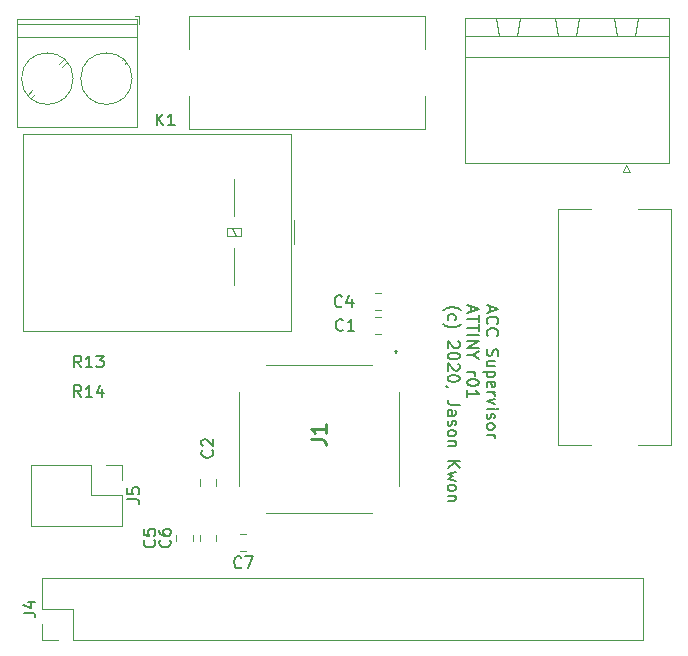
<source format=gbr>
%TF.GenerationSoftware,KiCad,Pcbnew,(5.1.6)-1*%
%TF.CreationDate,2020-09-02T14:56:51+09:00*%
%TF.ProjectId,attiny1614_accsupervisor,61747469-6e79-4313-9631-345f61636373,r01*%
%TF.SameCoordinates,Original*%
%TF.FileFunction,Legend,Top*%
%TF.FilePolarity,Positive*%
%FSLAX46Y46*%
G04 Gerber Fmt 4.6, Leading zero omitted, Abs format (unit mm)*
G04 Created by KiCad (PCBNEW (5.1.6)-1) date 2020-09-02 14:56:51*
%MOMM*%
%LPD*%
G01*
G04 APERTURE LIST*
%ADD10C,0.150000*%
%ADD11C,0.120000*%
%ADD12C,0.100000*%
%ADD13C,0.200000*%
%ADD14C,0.254000*%
G04 APERTURE END LIST*
D10*
X231483333Y-72287976D02*
X231483333Y-72764166D01*
X231197619Y-72192738D02*
X232197619Y-72526071D01*
X231197619Y-72859404D01*
X231292857Y-73764166D02*
X231245238Y-73716547D01*
X231197619Y-73573690D01*
X231197619Y-73478452D01*
X231245238Y-73335595D01*
X231340476Y-73240357D01*
X231435714Y-73192738D01*
X231626190Y-73145119D01*
X231769047Y-73145119D01*
X231959523Y-73192738D01*
X232054761Y-73240357D01*
X232150000Y-73335595D01*
X232197619Y-73478452D01*
X232197619Y-73573690D01*
X232150000Y-73716547D01*
X232102380Y-73764166D01*
X231292857Y-74764166D02*
X231245238Y-74716547D01*
X231197619Y-74573690D01*
X231197619Y-74478452D01*
X231245238Y-74335595D01*
X231340476Y-74240357D01*
X231435714Y-74192738D01*
X231626190Y-74145119D01*
X231769047Y-74145119D01*
X231959523Y-74192738D01*
X232054761Y-74240357D01*
X232150000Y-74335595D01*
X232197619Y-74478452D01*
X232197619Y-74573690D01*
X232150000Y-74716547D01*
X232102380Y-74764166D01*
X231245238Y-75907023D02*
X231197619Y-76049880D01*
X231197619Y-76287976D01*
X231245238Y-76383214D01*
X231292857Y-76430833D01*
X231388095Y-76478452D01*
X231483333Y-76478452D01*
X231578571Y-76430833D01*
X231626190Y-76383214D01*
X231673809Y-76287976D01*
X231721428Y-76097500D01*
X231769047Y-76002261D01*
X231816666Y-75954642D01*
X231911904Y-75907023D01*
X232007142Y-75907023D01*
X232102380Y-75954642D01*
X232150000Y-76002261D01*
X232197619Y-76097500D01*
X232197619Y-76335595D01*
X232150000Y-76478452D01*
X231864285Y-77335595D02*
X231197619Y-77335595D01*
X231864285Y-76907023D02*
X231340476Y-76907023D01*
X231245238Y-76954642D01*
X231197619Y-77049880D01*
X231197619Y-77192738D01*
X231245238Y-77287976D01*
X231292857Y-77335595D01*
X231864285Y-77811785D02*
X230864285Y-77811785D01*
X231816666Y-77811785D02*
X231864285Y-77907023D01*
X231864285Y-78097500D01*
X231816666Y-78192738D01*
X231769047Y-78240357D01*
X231673809Y-78287976D01*
X231388095Y-78287976D01*
X231292857Y-78240357D01*
X231245238Y-78192738D01*
X231197619Y-78097500D01*
X231197619Y-77907023D01*
X231245238Y-77811785D01*
X231245238Y-79097500D02*
X231197619Y-79002261D01*
X231197619Y-78811785D01*
X231245238Y-78716547D01*
X231340476Y-78668928D01*
X231721428Y-78668928D01*
X231816666Y-78716547D01*
X231864285Y-78811785D01*
X231864285Y-79002261D01*
X231816666Y-79097500D01*
X231721428Y-79145119D01*
X231626190Y-79145119D01*
X231530952Y-78668928D01*
X231197619Y-79573690D02*
X231864285Y-79573690D01*
X231673809Y-79573690D02*
X231769047Y-79621309D01*
X231816666Y-79668928D01*
X231864285Y-79764166D01*
X231864285Y-79859404D01*
X231864285Y-80097500D02*
X231197619Y-80335595D01*
X231864285Y-80573690D01*
X231197619Y-80954642D02*
X231864285Y-80954642D01*
X232197619Y-80954642D02*
X232150000Y-80907023D01*
X232102380Y-80954642D01*
X232150000Y-81002261D01*
X232197619Y-80954642D01*
X232102380Y-80954642D01*
X231245238Y-81383214D02*
X231197619Y-81478452D01*
X231197619Y-81668928D01*
X231245238Y-81764166D01*
X231340476Y-81811785D01*
X231388095Y-81811785D01*
X231483333Y-81764166D01*
X231530952Y-81668928D01*
X231530952Y-81526071D01*
X231578571Y-81430833D01*
X231673809Y-81383214D01*
X231721428Y-81383214D01*
X231816666Y-81430833D01*
X231864285Y-81526071D01*
X231864285Y-81668928D01*
X231816666Y-81764166D01*
X231197619Y-82383214D02*
X231245238Y-82287976D01*
X231292857Y-82240357D01*
X231388095Y-82192738D01*
X231673809Y-82192738D01*
X231769047Y-82240357D01*
X231816666Y-82287976D01*
X231864285Y-82383214D01*
X231864285Y-82526071D01*
X231816666Y-82621309D01*
X231769047Y-82668928D01*
X231673809Y-82716547D01*
X231388095Y-82716547D01*
X231292857Y-82668928D01*
X231245238Y-82621309D01*
X231197619Y-82526071D01*
X231197619Y-82383214D01*
X231197619Y-83145119D02*
X231864285Y-83145119D01*
X231673809Y-83145119D02*
X231769047Y-83192738D01*
X231816666Y-83240357D01*
X231864285Y-83335595D01*
X231864285Y-83430833D01*
X229833333Y-72287976D02*
X229833333Y-72764166D01*
X229547619Y-72192738D02*
X230547619Y-72526071D01*
X229547619Y-72859404D01*
X230547619Y-73049880D02*
X230547619Y-73621309D01*
X229547619Y-73335595D02*
X230547619Y-73335595D01*
X230547619Y-73811785D02*
X230547619Y-74383214D01*
X229547619Y-74097500D02*
X230547619Y-74097500D01*
X229547619Y-74716547D02*
X230547619Y-74716547D01*
X229547619Y-75192738D02*
X230547619Y-75192738D01*
X229547619Y-75764166D01*
X230547619Y-75764166D01*
X230023809Y-76430833D02*
X229547619Y-76430833D01*
X230547619Y-76097500D02*
X230023809Y-76430833D01*
X230547619Y-76764166D01*
X229547619Y-77859404D02*
X230214285Y-77859404D01*
X230023809Y-77859404D02*
X230119047Y-77907023D01*
X230166666Y-77954642D01*
X230214285Y-78049880D01*
X230214285Y-78145119D01*
X230547619Y-78668928D02*
X230547619Y-78764166D01*
X230500000Y-78859404D01*
X230452380Y-78907023D01*
X230357142Y-78954642D01*
X230166666Y-79002261D01*
X229928571Y-79002261D01*
X229738095Y-78954642D01*
X229642857Y-78907023D01*
X229595238Y-78859404D01*
X229547619Y-78764166D01*
X229547619Y-78668928D01*
X229595238Y-78573690D01*
X229642857Y-78526071D01*
X229738095Y-78478452D01*
X229928571Y-78430833D01*
X230166666Y-78430833D01*
X230357142Y-78478452D01*
X230452380Y-78526071D01*
X230500000Y-78573690D01*
X230547619Y-78668928D01*
X229547619Y-79954642D02*
X229547619Y-79383214D01*
X229547619Y-79668928D02*
X230547619Y-79668928D01*
X230404761Y-79573690D01*
X230309523Y-79478452D01*
X230261904Y-79383214D01*
X227516666Y-72621309D02*
X227564285Y-72573690D01*
X227707142Y-72478452D01*
X227802380Y-72430833D01*
X227945238Y-72383214D01*
X228183333Y-72335595D01*
X228373809Y-72335595D01*
X228611904Y-72383214D01*
X228754761Y-72430833D01*
X228850000Y-72478452D01*
X228992857Y-72573690D01*
X229040476Y-72621309D01*
X227945238Y-73430833D02*
X227897619Y-73335595D01*
X227897619Y-73145119D01*
X227945238Y-73049880D01*
X227992857Y-73002261D01*
X228088095Y-72954642D01*
X228373809Y-72954642D01*
X228469047Y-73002261D01*
X228516666Y-73049880D01*
X228564285Y-73145119D01*
X228564285Y-73335595D01*
X228516666Y-73430833D01*
X227516666Y-73764166D02*
X227564285Y-73811785D01*
X227707142Y-73907023D01*
X227802380Y-73954642D01*
X227945238Y-74002261D01*
X228183333Y-74049880D01*
X228373809Y-74049880D01*
X228611904Y-74002261D01*
X228754761Y-73954642D01*
X228850000Y-73907023D01*
X228992857Y-73811785D01*
X229040476Y-73764166D01*
X228802380Y-75240357D02*
X228850000Y-75287976D01*
X228897619Y-75383214D01*
X228897619Y-75621309D01*
X228850000Y-75716547D01*
X228802380Y-75764166D01*
X228707142Y-75811785D01*
X228611904Y-75811785D01*
X228469047Y-75764166D01*
X227897619Y-75192738D01*
X227897619Y-75811785D01*
X228897619Y-76430833D02*
X228897619Y-76526071D01*
X228850000Y-76621309D01*
X228802380Y-76668928D01*
X228707142Y-76716547D01*
X228516666Y-76764166D01*
X228278571Y-76764166D01*
X228088095Y-76716547D01*
X227992857Y-76668928D01*
X227945238Y-76621309D01*
X227897619Y-76526071D01*
X227897619Y-76430833D01*
X227945238Y-76335595D01*
X227992857Y-76287976D01*
X228088095Y-76240357D01*
X228278571Y-76192738D01*
X228516666Y-76192738D01*
X228707142Y-76240357D01*
X228802380Y-76287976D01*
X228850000Y-76335595D01*
X228897619Y-76430833D01*
X228802380Y-77145119D02*
X228850000Y-77192738D01*
X228897619Y-77287976D01*
X228897619Y-77526071D01*
X228850000Y-77621309D01*
X228802380Y-77668928D01*
X228707142Y-77716547D01*
X228611904Y-77716547D01*
X228469047Y-77668928D01*
X227897619Y-77097500D01*
X227897619Y-77716547D01*
X228897619Y-78335595D02*
X228897619Y-78430833D01*
X228850000Y-78526071D01*
X228802380Y-78573690D01*
X228707142Y-78621309D01*
X228516666Y-78668928D01*
X228278571Y-78668928D01*
X228088095Y-78621309D01*
X227992857Y-78573690D01*
X227945238Y-78526071D01*
X227897619Y-78430833D01*
X227897619Y-78335595D01*
X227945238Y-78240357D01*
X227992857Y-78192738D01*
X228088095Y-78145119D01*
X228278571Y-78097500D01*
X228516666Y-78097500D01*
X228707142Y-78145119D01*
X228802380Y-78192738D01*
X228850000Y-78240357D01*
X228897619Y-78335595D01*
X227945238Y-79145119D02*
X227897619Y-79145119D01*
X227802380Y-79097500D01*
X227754761Y-79049880D01*
X228897619Y-80621309D02*
X228183333Y-80621309D01*
X228040476Y-80573690D01*
X227945238Y-80478452D01*
X227897619Y-80335595D01*
X227897619Y-80240357D01*
X227897619Y-81526071D02*
X228421428Y-81526071D01*
X228516666Y-81478452D01*
X228564285Y-81383214D01*
X228564285Y-81192738D01*
X228516666Y-81097500D01*
X227945238Y-81526071D02*
X227897619Y-81430833D01*
X227897619Y-81192738D01*
X227945238Y-81097500D01*
X228040476Y-81049880D01*
X228135714Y-81049880D01*
X228230952Y-81097500D01*
X228278571Y-81192738D01*
X228278571Y-81430833D01*
X228326190Y-81526071D01*
X227945238Y-81954642D02*
X227897619Y-82049880D01*
X227897619Y-82240357D01*
X227945238Y-82335595D01*
X228040476Y-82383214D01*
X228088095Y-82383214D01*
X228183333Y-82335595D01*
X228230952Y-82240357D01*
X228230952Y-82097500D01*
X228278571Y-82002261D01*
X228373809Y-81954642D01*
X228421428Y-81954642D01*
X228516666Y-82002261D01*
X228564285Y-82097500D01*
X228564285Y-82240357D01*
X228516666Y-82335595D01*
X227897619Y-82954642D02*
X227945238Y-82859404D01*
X227992857Y-82811785D01*
X228088095Y-82764166D01*
X228373809Y-82764166D01*
X228469047Y-82811785D01*
X228516666Y-82859404D01*
X228564285Y-82954642D01*
X228564285Y-83097500D01*
X228516666Y-83192738D01*
X228469047Y-83240357D01*
X228373809Y-83287976D01*
X228088095Y-83287976D01*
X227992857Y-83240357D01*
X227945238Y-83192738D01*
X227897619Y-83097500D01*
X227897619Y-82954642D01*
X228564285Y-83716547D02*
X227897619Y-83716547D01*
X228469047Y-83716547D02*
X228516666Y-83764166D01*
X228564285Y-83859404D01*
X228564285Y-84002261D01*
X228516666Y-84097500D01*
X228421428Y-84145119D01*
X227897619Y-84145119D01*
X227897619Y-85383214D02*
X228897619Y-85383214D01*
X227897619Y-85954642D02*
X228469047Y-85526071D01*
X228897619Y-85954642D02*
X228326190Y-85383214D01*
X228564285Y-86287976D02*
X227897619Y-86478452D01*
X228373809Y-86668928D01*
X227897619Y-86859404D01*
X228564285Y-87049880D01*
X227897619Y-87573690D02*
X227945238Y-87478452D01*
X227992857Y-87430833D01*
X228088095Y-87383214D01*
X228373809Y-87383214D01*
X228469047Y-87430833D01*
X228516666Y-87478452D01*
X228564285Y-87573690D01*
X228564285Y-87716547D01*
X228516666Y-87811785D01*
X228469047Y-87859404D01*
X228373809Y-87907023D01*
X228088095Y-87907023D01*
X227992857Y-87859404D01*
X227945238Y-87811785D01*
X227897619Y-87716547D01*
X227897619Y-87573690D01*
X228564285Y-88335595D02*
X227897619Y-88335595D01*
X228469047Y-88335595D02*
X228516666Y-88383214D01*
X228564285Y-88478452D01*
X228564285Y-88621309D01*
X228516666Y-88716547D01*
X228421428Y-88764166D01*
X227897619Y-88764166D01*
D11*
%TO.C,F1*%
X226000000Y-47700000D02*
X226000000Y-50500000D01*
X226000000Y-47700000D02*
X206000000Y-47700000D01*
X226000000Y-57300000D02*
X206000000Y-57300000D01*
X226000000Y-54500000D02*
X226000000Y-57300000D01*
X206000000Y-54500000D02*
X206000000Y-57300000D01*
X206000000Y-47700000D02*
X206000000Y-50500000D01*
%TO.C,F2*%
X237200000Y-84000000D02*
X240000000Y-84000000D01*
X244000000Y-84000000D02*
X246800000Y-84000000D01*
X244000000Y-64000000D02*
X246800000Y-64000000D01*
X246800000Y-64000000D02*
X246800000Y-84000000D01*
X237200000Y-64000000D02*
X237200000Y-84000000D01*
X237200000Y-64000000D02*
X240000000Y-64000000D01*
D12*
%TO.C,J1*%
X223750000Y-79500000D02*
X223750000Y-87500000D01*
X221500000Y-77250000D02*
X212500000Y-77250000D01*
X210250000Y-79500000D02*
X210250000Y-87500000D01*
X221500000Y-89750000D02*
X212500000Y-89750000D01*
D13*
X223500000Y-76000000D02*
X223500000Y-76000000D01*
X223500000Y-76200000D02*
X223500000Y-76200000D01*
X223500000Y-76200000D02*
G75*
G02*
X223500000Y-76000000I0J100000D01*
G01*
X223500000Y-76000000D02*
G75*
G02*
X223500000Y-76200000I0J-100000D01*
G01*
D11*
%TO.C,J2*%
X246610000Y-60110000D02*
X246610000Y-47890000D01*
X246610000Y-47890000D02*
X229390000Y-47890000D01*
X229390000Y-47890000D02*
X229390000Y-60110000D01*
X229390000Y-60110000D02*
X246610000Y-60110000D01*
X246610000Y-49390000D02*
X246610000Y-51190000D01*
X246610000Y-51190000D02*
X229390000Y-51190000D01*
X229390000Y-51190000D02*
X229390000Y-49390000D01*
X229390000Y-49390000D02*
X246610000Y-49390000D01*
X244000000Y-47890000D02*
X242000000Y-47890000D01*
X242000000Y-47890000D02*
X242250000Y-49390000D01*
X242250000Y-49390000D02*
X243750000Y-49390000D01*
X243750000Y-49390000D02*
X244000000Y-47890000D01*
X239000000Y-47890000D02*
X237000000Y-47890000D01*
X237000000Y-47890000D02*
X237250000Y-49390000D01*
X237250000Y-49390000D02*
X238750000Y-49390000D01*
X238750000Y-49390000D02*
X239000000Y-47890000D01*
X234000000Y-47890000D02*
X232000000Y-47890000D01*
X232000000Y-47890000D02*
X232250000Y-49390000D01*
X232250000Y-49390000D02*
X233750000Y-49390000D01*
X233750000Y-49390000D02*
X234000000Y-47890000D01*
X242700000Y-60910000D02*
X243000000Y-60310000D01*
X243000000Y-60310000D02*
X243300000Y-60910000D01*
X243300000Y-60910000D02*
X242700000Y-60910000D01*
%TO.C,J3*%
X201180000Y-53000000D02*
G75*
G03*
X201180000Y-53000000I-2180000J0D01*
G01*
X196180000Y-53000000D02*
G75*
G03*
X196180000Y-53000000I-2180000J0D01*
G01*
X201560000Y-48400000D02*
X191440000Y-48400000D01*
X201560000Y-49500000D02*
X191440000Y-49500000D01*
X201560000Y-57060000D02*
X191440000Y-57060000D01*
X201560000Y-47940000D02*
X191440000Y-47940000D01*
X201560000Y-57060000D02*
X201560000Y-47940000D01*
X191440000Y-57060000D02*
X191440000Y-47940000D01*
X197346000Y-54388000D02*
X197453000Y-54281000D01*
X200282000Y-51453000D02*
X200388000Y-51346000D01*
X197612000Y-54654000D02*
X197719000Y-54547000D01*
X200548000Y-51719000D02*
X200654000Y-51612000D01*
X192346000Y-54388000D02*
X192741000Y-53992000D01*
X195007000Y-51726000D02*
X195387000Y-51346000D01*
X192612000Y-54654000D02*
X192992000Y-54274000D01*
X195258000Y-52008000D02*
X195653000Y-51612000D01*
X201800000Y-48340000D02*
X201800000Y-47700000D01*
X201800000Y-47700000D02*
X201400000Y-47700000D01*
%TO.C,J4*%
X244460000Y-100500000D02*
X244460000Y-95300000D01*
X196140000Y-100500000D02*
X244460000Y-100500000D01*
X193540000Y-95300000D02*
X244460000Y-95300000D01*
X196140000Y-100500000D02*
X196140000Y-97900000D01*
X196140000Y-97900000D02*
X193540000Y-97900000D01*
X193540000Y-97900000D02*
X193540000Y-95300000D01*
X194870000Y-100500000D02*
X193540000Y-100500000D01*
X193540000Y-100500000D02*
X193540000Y-99170000D01*
%TO.C,J5*%
X192590000Y-85670000D02*
X192590000Y-90870000D01*
X197730000Y-85670000D02*
X192590000Y-85670000D01*
X200330000Y-90870000D02*
X192590000Y-90870000D01*
X197730000Y-85670000D02*
X197730000Y-88270000D01*
X197730000Y-88270000D02*
X200330000Y-88270000D01*
X200330000Y-88270000D02*
X200330000Y-90870000D01*
X199000000Y-85670000D02*
X200330000Y-85670000D01*
X200330000Y-85670000D02*
X200330000Y-87000000D01*
%TO.C,K1*%
X191950000Y-74350000D02*
X214650000Y-74350000D01*
X214650000Y-74350000D02*
X214650000Y-57650000D01*
X214650000Y-57650000D02*
X191950000Y-57650000D01*
X191950000Y-57650000D02*
X191950000Y-74350000D01*
X209600000Y-65650000D02*
X210000000Y-66350000D01*
X209200000Y-66350000D02*
X210400000Y-66350000D01*
X210400000Y-66350000D02*
X210400000Y-65650000D01*
X210400000Y-65650000D02*
X209200000Y-65650000D01*
X209200000Y-65650000D02*
X209200000Y-66350000D01*
X214910000Y-65000000D02*
X214910000Y-67000000D01*
X209800000Y-61500000D02*
X209800000Y-64650000D01*
X209800000Y-67350000D02*
X209800000Y-70500000D01*
%TO.C,C4*%
X222261252Y-72610000D02*
X221738748Y-72610000D01*
X222261252Y-71190000D02*
X221738748Y-71190000D01*
%TO.C,C5*%
X204890000Y-91638748D02*
X204890000Y-92161252D01*
X206310000Y-91638748D02*
X206310000Y-92161252D01*
%TO.C,C6*%
X208310000Y-91638748D02*
X208310000Y-92161252D01*
X206890000Y-91638748D02*
X206890000Y-92161252D01*
%TO.C,C7*%
X210338748Y-93010000D02*
X210861252Y-93010000D01*
X210338748Y-91590000D02*
X210861252Y-91590000D01*
%TO.C,C1*%
X222261252Y-74610000D02*
X221738748Y-74610000D01*
X222261252Y-73190000D02*
X221738748Y-73190000D01*
%TO.C,C2*%
X208310000Y-87461252D02*
X208310000Y-86938748D01*
X206890000Y-87461252D02*
X206890000Y-86938748D01*
%TO.C,J1*%
D14*
X216304523Y-83548333D02*
X217211666Y-83548333D01*
X217393095Y-83608809D01*
X217514047Y-83729761D01*
X217574523Y-83911190D01*
X217574523Y-84032142D01*
X217574523Y-82278333D02*
X217574523Y-83004047D01*
X217574523Y-82641190D02*
X216304523Y-82641190D01*
X216485952Y-82762142D01*
X216606904Y-82883095D01*
X216667380Y-83004047D01*
%TO.C,J4*%
D10*
X191992380Y-98233333D02*
X192706666Y-98233333D01*
X192849523Y-98280952D01*
X192944761Y-98376190D01*
X192992380Y-98519047D01*
X192992380Y-98614285D01*
X192325714Y-97328571D02*
X192992380Y-97328571D01*
X191944761Y-97566666D02*
X192659047Y-97804761D01*
X192659047Y-97185714D01*
%TO.C,J5*%
X200782380Y-88603333D02*
X201496666Y-88603333D01*
X201639523Y-88650952D01*
X201734761Y-88746190D01*
X201782380Y-88889047D01*
X201782380Y-88984285D01*
X200782380Y-87650952D02*
X200782380Y-88127142D01*
X201258571Y-88174761D01*
X201210952Y-88127142D01*
X201163333Y-88031904D01*
X201163333Y-87793809D01*
X201210952Y-87698571D01*
X201258571Y-87650952D01*
X201353809Y-87603333D01*
X201591904Y-87603333D01*
X201687142Y-87650952D01*
X201734761Y-87698571D01*
X201782380Y-87793809D01*
X201782380Y-88031904D01*
X201734761Y-88127142D01*
X201687142Y-88174761D01*
%TO.C,K1*%
X203261904Y-56952380D02*
X203261904Y-55952380D01*
X203833333Y-56952380D02*
X203404761Y-56380952D01*
X203833333Y-55952380D02*
X203261904Y-56523809D01*
X204785714Y-56952380D02*
X204214285Y-56952380D01*
X204500000Y-56952380D02*
X204500000Y-55952380D01*
X204404761Y-56095238D01*
X204309523Y-56190476D01*
X204214285Y-56238095D01*
%TO.C,R13*%
X196857142Y-77452380D02*
X196523809Y-76976190D01*
X196285714Y-77452380D02*
X196285714Y-76452380D01*
X196666666Y-76452380D01*
X196761904Y-76500000D01*
X196809523Y-76547619D01*
X196857142Y-76642857D01*
X196857142Y-76785714D01*
X196809523Y-76880952D01*
X196761904Y-76928571D01*
X196666666Y-76976190D01*
X196285714Y-76976190D01*
X197809523Y-77452380D02*
X197238095Y-77452380D01*
X197523809Y-77452380D02*
X197523809Y-76452380D01*
X197428571Y-76595238D01*
X197333333Y-76690476D01*
X197238095Y-76738095D01*
X198142857Y-76452380D02*
X198761904Y-76452380D01*
X198428571Y-76833333D01*
X198571428Y-76833333D01*
X198666666Y-76880952D01*
X198714285Y-76928571D01*
X198761904Y-77023809D01*
X198761904Y-77261904D01*
X198714285Y-77357142D01*
X198666666Y-77404761D01*
X198571428Y-77452380D01*
X198285714Y-77452380D01*
X198190476Y-77404761D01*
X198142857Y-77357142D01*
%TO.C,R14*%
X196857142Y-79952380D02*
X196523809Y-79476190D01*
X196285714Y-79952380D02*
X196285714Y-78952380D01*
X196666666Y-78952380D01*
X196761904Y-79000000D01*
X196809523Y-79047619D01*
X196857142Y-79142857D01*
X196857142Y-79285714D01*
X196809523Y-79380952D01*
X196761904Y-79428571D01*
X196666666Y-79476190D01*
X196285714Y-79476190D01*
X197809523Y-79952380D02*
X197238095Y-79952380D01*
X197523809Y-79952380D02*
X197523809Y-78952380D01*
X197428571Y-79095238D01*
X197333333Y-79190476D01*
X197238095Y-79238095D01*
X198666666Y-79285714D02*
X198666666Y-79952380D01*
X198428571Y-78904761D02*
X198190476Y-79619047D01*
X198809523Y-79619047D01*
%TO.C,C4*%
X218933333Y-72257142D02*
X218885714Y-72304761D01*
X218742857Y-72352380D01*
X218647619Y-72352380D01*
X218504761Y-72304761D01*
X218409523Y-72209523D01*
X218361904Y-72114285D01*
X218314285Y-71923809D01*
X218314285Y-71780952D01*
X218361904Y-71590476D01*
X218409523Y-71495238D01*
X218504761Y-71400000D01*
X218647619Y-71352380D01*
X218742857Y-71352380D01*
X218885714Y-71400000D01*
X218933333Y-71447619D01*
X219790476Y-71685714D02*
X219790476Y-72352380D01*
X219552380Y-71304761D02*
X219314285Y-72019047D01*
X219933333Y-72019047D01*
%TO.C,C5*%
X203057142Y-92066666D02*
X203104761Y-92114285D01*
X203152380Y-92257142D01*
X203152380Y-92352380D01*
X203104761Y-92495238D01*
X203009523Y-92590476D01*
X202914285Y-92638095D01*
X202723809Y-92685714D01*
X202580952Y-92685714D01*
X202390476Y-92638095D01*
X202295238Y-92590476D01*
X202200000Y-92495238D01*
X202152380Y-92352380D01*
X202152380Y-92257142D01*
X202200000Y-92114285D01*
X202247619Y-92066666D01*
X202152380Y-91161904D02*
X202152380Y-91638095D01*
X202628571Y-91685714D01*
X202580952Y-91638095D01*
X202533333Y-91542857D01*
X202533333Y-91304761D01*
X202580952Y-91209523D01*
X202628571Y-91161904D01*
X202723809Y-91114285D01*
X202961904Y-91114285D01*
X203057142Y-91161904D01*
X203104761Y-91209523D01*
X203152380Y-91304761D01*
X203152380Y-91542857D01*
X203104761Y-91638095D01*
X203057142Y-91685714D01*
%TO.C,C6*%
X204357142Y-92066666D02*
X204404761Y-92114285D01*
X204452380Y-92257142D01*
X204452380Y-92352380D01*
X204404761Y-92495238D01*
X204309523Y-92590476D01*
X204214285Y-92638095D01*
X204023809Y-92685714D01*
X203880952Y-92685714D01*
X203690476Y-92638095D01*
X203595238Y-92590476D01*
X203500000Y-92495238D01*
X203452380Y-92352380D01*
X203452380Y-92257142D01*
X203500000Y-92114285D01*
X203547619Y-92066666D01*
X203452380Y-91209523D02*
X203452380Y-91400000D01*
X203500000Y-91495238D01*
X203547619Y-91542857D01*
X203690476Y-91638095D01*
X203880952Y-91685714D01*
X204261904Y-91685714D01*
X204357142Y-91638095D01*
X204404761Y-91590476D01*
X204452380Y-91495238D01*
X204452380Y-91304761D01*
X204404761Y-91209523D01*
X204357142Y-91161904D01*
X204261904Y-91114285D01*
X204023809Y-91114285D01*
X203928571Y-91161904D01*
X203880952Y-91209523D01*
X203833333Y-91304761D01*
X203833333Y-91495238D01*
X203880952Y-91590476D01*
X203928571Y-91638095D01*
X204023809Y-91685714D01*
%TO.C,C7*%
X210433333Y-94357142D02*
X210385714Y-94404761D01*
X210242857Y-94452380D01*
X210147619Y-94452380D01*
X210004761Y-94404761D01*
X209909523Y-94309523D01*
X209861904Y-94214285D01*
X209814285Y-94023809D01*
X209814285Y-93880952D01*
X209861904Y-93690476D01*
X209909523Y-93595238D01*
X210004761Y-93500000D01*
X210147619Y-93452380D01*
X210242857Y-93452380D01*
X210385714Y-93500000D01*
X210433333Y-93547619D01*
X210766666Y-93452380D02*
X211433333Y-93452380D01*
X211004761Y-94452380D01*
%TO.C,C1*%
X219033333Y-74257142D02*
X218985714Y-74304761D01*
X218842857Y-74352380D01*
X218747619Y-74352380D01*
X218604761Y-74304761D01*
X218509523Y-74209523D01*
X218461904Y-74114285D01*
X218414285Y-73923809D01*
X218414285Y-73780952D01*
X218461904Y-73590476D01*
X218509523Y-73495238D01*
X218604761Y-73400000D01*
X218747619Y-73352380D01*
X218842857Y-73352380D01*
X218985714Y-73400000D01*
X219033333Y-73447619D01*
X219985714Y-74352380D02*
X219414285Y-74352380D01*
X219700000Y-74352380D02*
X219700000Y-73352380D01*
X219604761Y-73495238D01*
X219509523Y-73590476D01*
X219414285Y-73638095D01*
%TO.C,C2*%
X207957142Y-84466666D02*
X208004761Y-84514285D01*
X208052380Y-84657142D01*
X208052380Y-84752380D01*
X208004761Y-84895238D01*
X207909523Y-84990476D01*
X207814285Y-85038095D01*
X207623809Y-85085714D01*
X207480952Y-85085714D01*
X207290476Y-85038095D01*
X207195238Y-84990476D01*
X207100000Y-84895238D01*
X207052380Y-84752380D01*
X207052380Y-84657142D01*
X207100000Y-84514285D01*
X207147619Y-84466666D01*
X207147619Y-84085714D02*
X207100000Y-84038095D01*
X207052380Y-83942857D01*
X207052380Y-83704761D01*
X207100000Y-83609523D01*
X207147619Y-83561904D01*
X207242857Y-83514285D01*
X207338095Y-83514285D01*
X207480952Y-83561904D01*
X208052380Y-84133333D01*
X208052380Y-83514285D01*
%TD*%
M02*

</source>
